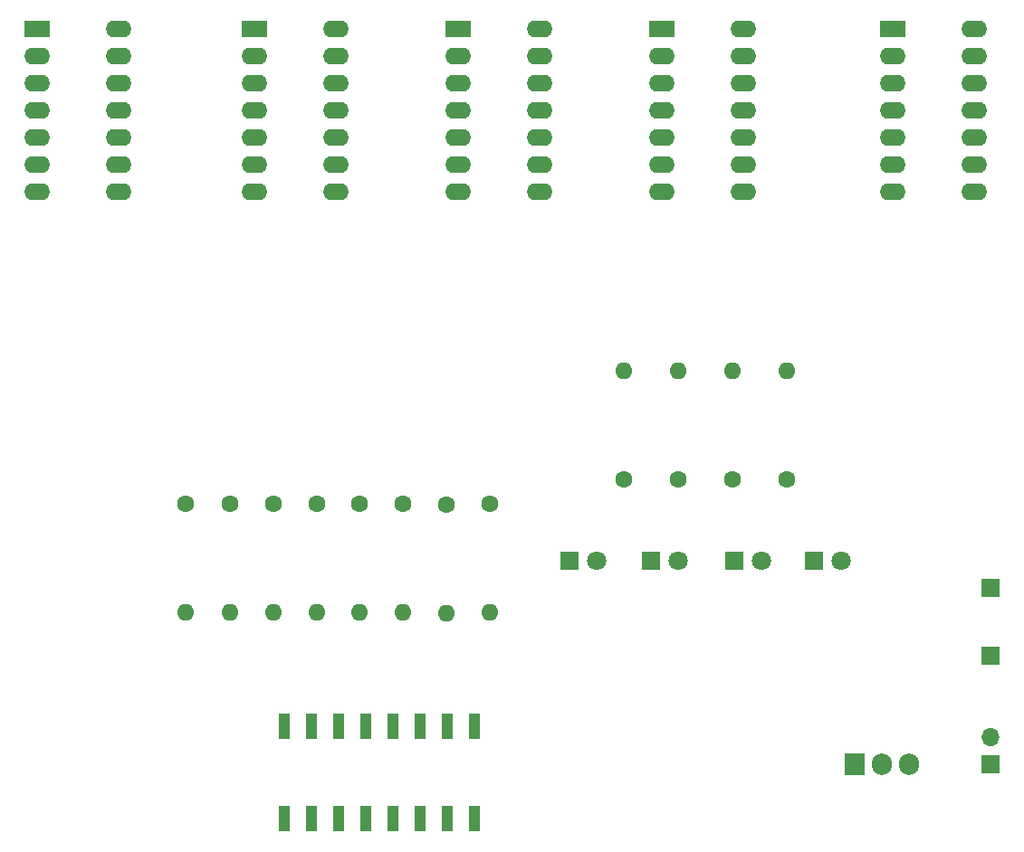
<source format=gbr>
%TF.GenerationSoftware,KiCad,Pcbnew,7.0.9*%
%TF.CreationDate,2023-12-30T10:08:20+11:00*%
%TF.ProjectId,4-bit-rca,342d6269-742d-4726-9361-2e6b69636164,rev?*%
%TF.SameCoordinates,Original*%
%TF.FileFunction,Soldermask,Top*%
%TF.FilePolarity,Negative*%
%FSLAX46Y46*%
G04 Gerber Fmt 4.6, Leading zero omitted, Abs format (unit mm)*
G04 Created by KiCad (PCBNEW 7.0.9) date 2023-12-30 10:08:20*
%MOMM*%
%LPD*%
G01*
G04 APERTURE LIST*
%ADD10C,1.600000*%
%ADD11O,1.600000X1.600000*%
%ADD12R,1.120000X2.440000*%
%ADD13R,1.905000X2.000000*%
%ADD14O,1.905000X2.000000*%
%ADD15R,1.700000X1.700000*%
%ADD16R,2.400000X1.600000*%
%ADD17O,2.400000X1.600000*%
%ADD18R,1.800000X1.800000*%
%ADD19C,1.800000*%
%ADD20O,1.700000X1.700000*%
G04 APERTURE END LIST*
D10*
%TO.C,R12*%
X124130000Y-106440000D03*
D11*
X124130000Y-116600000D03*
%TD*%
%TO.C,R6*%
X148480000Y-116620000D03*
D10*
X148480000Y-106460000D03*
%TD*%
D12*
%TO.C,SW1*%
X133350000Y-135890000D03*
X135890000Y-135890000D03*
X138430000Y-135890000D03*
X140970000Y-135890000D03*
X143510000Y-135890000D03*
X146050000Y-135890000D03*
X148590000Y-135890000D03*
X151130000Y-135890000D03*
X151130000Y-127280000D03*
X148590000Y-127280000D03*
X146050000Y-127280000D03*
X143510000Y-127280000D03*
X140970000Y-127280000D03*
X138430000Y-127280000D03*
X135890000Y-127280000D03*
X133350000Y-127280000D03*
%TD*%
D13*
%TO.C,U6*%
X186690000Y-130810000D03*
D14*
X189230000Y-130810000D03*
X191770000Y-130810000D03*
%TD*%
D10*
%TO.C,R7*%
X144456000Y-106426000D03*
D11*
X144456000Y-116586000D03*
%TD*%
D10*
%TO.C,R8*%
X140406000Y-106426000D03*
D11*
X140406000Y-116586000D03*
%TD*%
D10*
%TO.C,R10*%
X132306000Y-106426000D03*
D11*
X132306000Y-116586000D03*
%TD*%
D10*
%TO.C,R11*%
X128256000Y-106426000D03*
D11*
X128256000Y-116586000D03*
%TD*%
D10*
%TO.C,R9*%
X136356000Y-106426000D03*
D11*
X136356000Y-116586000D03*
%TD*%
D10*
%TO.C,R5*%
X152556000Y-106426000D03*
D11*
X152556000Y-116586000D03*
%TD*%
D10*
%TO.C,R3*%
X175260000Y-104140000D03*
D11*
X175260000Y-93980000D03*
%TD*%
D15*
%TO.C,J2*%
X199390000Y-120650000D03*
%TD*%
D16*
%TO.C,U4*%
X168656000Y-61976000D03*
D17*
X168656000Y-64516000D03*
X168656000Y-67056000D03*
X168656000Y-69596000D03*
X168656000Y-72136000D03*
X168656000Y-74676000D03*
X168656000Y-77216000D03*
X176276000Y-77216000D03*
X176276000Y-74676000D03*
X176276000Y-72136000D03*
X176276000Y-69596000D03*
X176276000Y-67056000D03*
X176276000Y-64516000D03*
X176276000Y-61976000D03*
%TD*%
D16*
%TO.C,U5*%
X190256000Y-61971000D03*
D17*
X190256000Y-64511000D03*
X190256000Y-67051000D03*
X190256000Y-69591000D03*
X190256000Y-72131000D03*
X190256000Y-74671000D03*
X190256000Y-77211000D03*
X197876000Y-77211000D03*
X197876000Y-74671000D03*
X197876000Y-72131000D03*
X197876000Y-69591000D03*
X197876000Y-67051000D03*
X197876000Y-64511000D03*
X197876000Y-61971000D03*
%TD*%
D18*
%TO.C,D1*%
X160020000Y-111760000D03*
D19*
X162560000Y-111760000D03*
%TD*%
D10*
%TO.C,R1*%
X165100000Y-104140000D03*
D11*
X165100000Y-93980000D03*
%TD*%
D15*
%TO.C,BT1*%
X199390000Y-130810000D03*
D20*
X199390000Y-128270000D03*
%TD*%
D18*
%TO.C,D2*%
X167640000Y-111760000D03*
D19*
X170180000Y-111760000D03*
%TD*%
D15*
%TO.C,J1*%
X199390000Y-114300000D03*
%TD*%
D16*
%TO.C,U1*%
X110236000Y-61976000D03*
D17*
X110236000Y-64516000D03*
X110236000Y-67056000D03*
X110236000Y-69596000D03*
X110236000Y-72136000D03*
X110236000Y-74676000D03*
X110236000Y-77216000D03*
X117856000Y-77216000D03*
X117856000Y-74676000D03*
X117856000Y-72136000D03*
X117856000Y-69596000D03*
X117856000Y-67056000D03*
X117856000Y-64516000D03*
X117856000Y-61976000D03*
%TD*%
D18*
%TO.C,D4*%
X182880000Y-111760000D03*
D19*
X185420000Y-111760000D03*
%TD*%
D16*
%TO.C,U2*%
X130556000Y-61976000D03*
D17*
X130556000Y-64516000D03*
X130556000Y-67056000D03*
X130556000Y-69596000D03*
X130556000Y-72136000D03*
X130556000Y-74676000D03*
X130556000Y-77216000D03*
X138176000Y-77216000D03*
X138176000Y-74676000D03*
X138176000Y-72136000D03*
X138176000Y-69596000D03*
X138176000Y-67056000D03*
X138176000Y-64516000D03*
X138176000Y-61976000D03*
%TD*%
D16*
%TO.C,U3*%
X149616000Y-61971000D03*
D17*
X149616000Y-64511000D03*
X149616000Y-67051000D03*
X149616000Y-69591000D03*
X149616000Y-72131000D03*
X149616000Y-74671000D03*
X149616000Y-77211000D03*
X157236000Y-77211000D03*
X157236000Y-74671000D03*
X157236000Y-72131000D03*
X157236000Y-69591000D03*
X157236000Y-67051000D03*
X157236000Y-64511000D03*
X157236000Y-61971000D03*
%TD*%
D10*
%TO.C,R4*%
X180340000Y-104140000D03*
D11*
X180340000Y-93980000D03*
%TD*%
D18*
%TO.C,D3*%
X175380000Y-111760000D03*
D19*
X177920000Y-111760000D03*
%TD*%
D10*
%TO.C,R2*%
X170180000Y-104140000D03*
D11*
X170180000Y-93980000D03*
%TD*%
M02*

</source>
